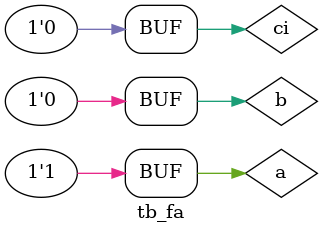
<source format=v>
`timescale 1ns/100ps

module tb_fa;
	reg a, b, ci;
	wire s, co;
	
	fa fa(.a(a),.b(b),.ci(ci),.s(s),.co(co)); // Full adder
	
	initial
	begin
	a=0; b=0; ci=0; //exhaustive verification
   #10; ci=1;
   #10; b=1;
   #10; ci=0;
   #10; a=1;
	#10; ci=1;
	#10; b=0;
	#10; ci=0;
	#10;
   end
endmodule

</source>
